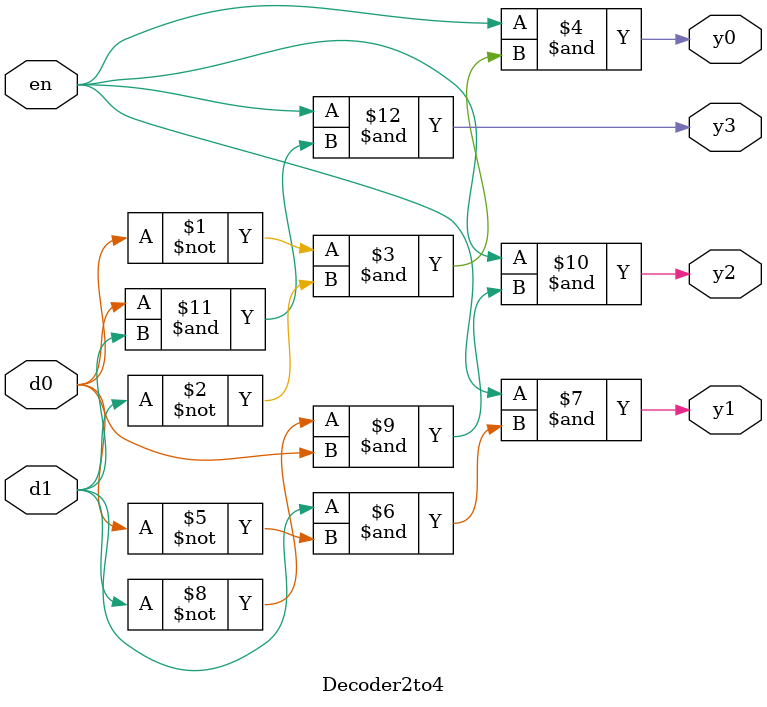
<source format=sv>
`timescale 1ns / 1ps
module Decoder2to4(
    input d0, d1, en,
    output y0, y1, y2, y3
);
assign y0 = en&((~d0)&(~d1));
assign y1 = en&(d1&(~d0));
assign y2 = en&((~d1)&d0);
assign y3 = en&(d0&d1);
endmodule

</source>
